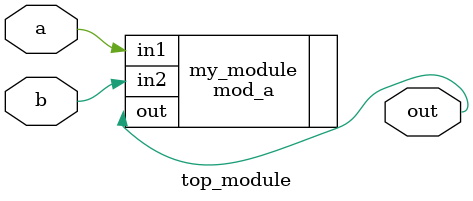
<source format=sv>
module top_module ( input a, input b, output out );

    // instantiate my_module by name.
    // notice the period immediately preceding the
    // port name in this syntax. this will NOT break
    // if the order of the ports in my_module changes

    // i prefer this way for the verbosity
    mod_a my_module (.in1(a), .in2(b), .out(out));

    // instantiate my_module by order.
    // this will break if the order of the ports
    // in my_module ever changes
    // mod_a my_module (a, b, out);

endmodule

</source>
